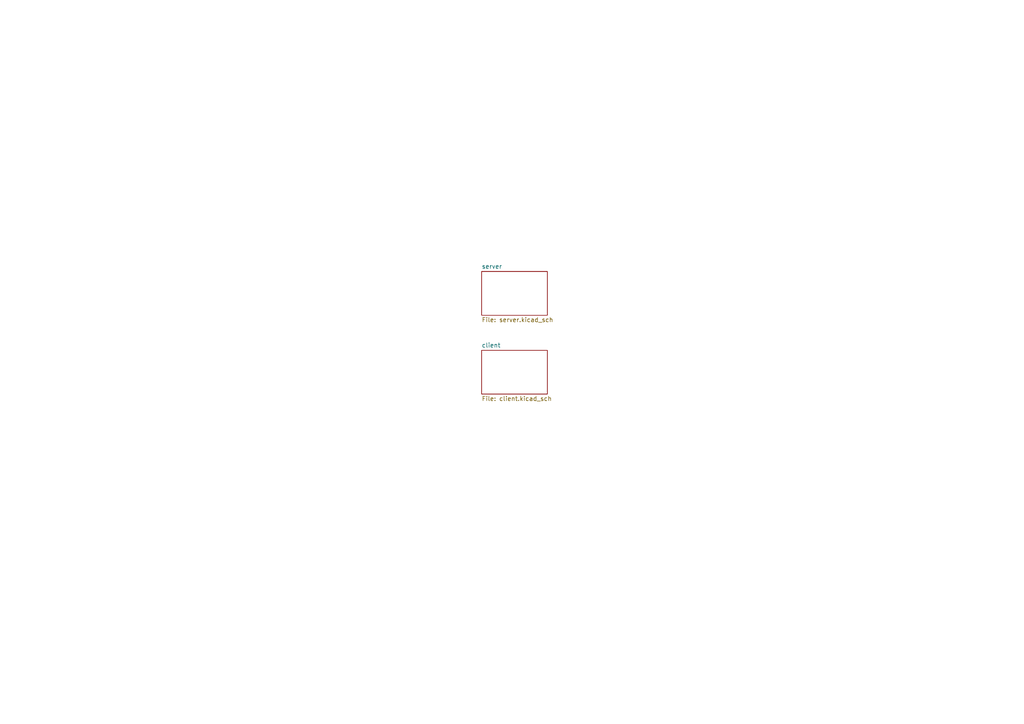
<source format=kicad_sch>
(kicad_sch (version 20211123) (generator eeschema)

  (uuid 93917aa2-4747-4066-8280-0c935e45ae11)

  (paper "A4")

  (lib_symbols
  )


  (sheet (at 139.7 78.74) (size 19.05 12.7) (fields_autoplaced)
    (stroke (width 0.1524) (type solid) (color 0 0 0 0))
    (fill (color 0 0 0 0.0000))
    (uuid 12d0d91b-cb67-4b72-916a-65370bfcc939)
    (property "Sheet name" "server" (id 0) (at 139.7 78.0284 0)
      (effects (font (size 1.27 1.27)) (justify left bottom))
    )
    (property "Sheet file" "server.kicad_sch" (id 1) (at 139.7 92.0246 0)
      (effects (font (size 1.27 1.27)) (justify left top))
    )
  )

  (sheet (at 139.7 101.6) (size 19.05 12.7) (fields_autoplaced)
    (stroke (width 0.1524) (type solid) (color 0 0 0 0))
    (fill (color 0 0 0 0.0000))
    (uuid b1badef0-4aa4-4598-a261-62064f02ff2a)
    (property "Sheet name" "client" (id 0) (at 139.7 100.8884 0)
      (effects (font (size 1.27 1.27)) (justify left bottom))
    )
    (property "Sheet file" "client.kicad_sch" (id 1) (at 139.7 114.8846 0)
      (effects (font (size 1.27 1.27)) (justify left top))
    )
  )

  (sheet_instances
    (path "/" (page "1"))
    (path "/12d0d91b-cb67-4b72-916a-65370bfcc939" (page "2"))
    (path "/b1badef0-4aa4-4598-a261-62064f02ff2a" (page "3"))
  )

  (symbol_instances
    (path "/12d0d91b-cb67-4b72-916a-65370bfcc939/a43f69d8-3a3f-42ce-a131-9309d73bb159"
      (reference "#PWR01") (unit 1) (value "+3.3V") (footprint "")
    )
    (path "/12d0d91b-cb67-4b72-916a-65370bfcc939/672fe6f0-34ae-4f08-9372-5f18bb557601"
      (reference "#PWR02") (unit 1) (value "GND") (footprint "")
    )
    (path "/12d0d91b-cb67-4b72-916a-65370bfcc939/05ffd2bd-38d9-4ee4-b910-6face39904a1"
      (reference "#PWR03") (unit 1) (value "+3.3V") (footprint "")
    )
    (path "/12d0d91b-cb67-4b72-916a-65370bfcc939/ca1d3b04-22bd-4ceb-8a89-7fb1c1ab5ff6"
      (reference "#PWR04") (unit 1) (value "GND") (footprint "")
    )
    (path "/b1badef0-4aa4-4598-a261-62064f02ff2a/1a1373e5-0444-45a9-af6d-285d5af7c039"
      (reference "#PWR05") (unit 1) (value "+5V") (footprint "")
    )
    (path "/b1badef0-4aa4-4598-a261-62064f02ff2a/31cdad12-7dd8-43e4-b6af-d248905f3fb8"
      (reference "#PWR06") (unit 1) (value "GND") (footprint "")
    )
    (path "/b1badef0-4aa4-4598-a261-62064f02ff2a/5b59e178-c934-4255-9a98-e3e5c7f9aed3"
      (reference "#PWR07") (unit 1) (value "+5V") (footprint "")
    )
    (path "/b1badef0-4aa4-4598-a261-62064f02ff2a/8dfe1bb7-ed29-40af-a715-10b8674f7212"
      (reference "#PWR08") (unit 1) (value "GND") (footprint "")
    )
    (path "/b1badef0-4aa4-4598-a261-62064f02ff2a/229bcdd6-d247-435c-93ad-7a6eb4b85c09"
      (reference "#PWR09") (unit 1) (value "+5V") (footprint "")
    )
    (path "/b1badef0-4aa4-4598-a261-62064f02ff2a/7aa39e21-f771-4ee5-9574-5b96f92dab4a"
      (reference "#PWR010") (unit 1) (value "GND") (footprint "")
    )
    (path "/b1badef0-4aa4-4598-a261-62064f02ff2a/d72d3b29-5f94-403f-a565-5c102b30008a"
      (reference "#PWR011") (unit 1) (value "+5V") (footprint "")
    )
    (path "/b1badef0-4aa4-4598-a261-62064f02ff2a/0ecba259-90be-4775-b881-c25ccd7935ee"
      (reference "#PWR012") (unit 1) (value "GND") (footprint "")
    )
    (path "/b1badef0-4aa4-4598-a261-62064f02ff2a/66d2e667-a69e-4254-b36a-cf9bb66f3b53"
      (reference "#PWR013") (unit 1) (value "+5V") (footprint "")
    )
    (path "/b1badef0-4aa4-4598-a261-62064f02ff2a/5e7d944a-0f15-4254-bbd3-1a697bc0ce8d"
      (reference "#PWR014") (unit 1) (value "GND") (footprint "")
    )
    (path "/12d0d91b-cb67-4b72-916a-65370bfcc939/9d5902d4-d9e4-4d8c-b5d4-8872111f0a5a"
      (reference "A1") (unit 1) (value "Grove_LoRa") (footprint "")
    )
    (path "/12d0d91b-cb67-4b72-916a-65370bfcc939/1d3c60b9-7897-454e-8bfe-ad980ce323fc"
      (reference "A2") (unit 1) (value "ESP32_38_pin_ESP_WROOM_32") (footprint "")
    )
    (path "/b1badef0-4aa4-4598-a261-62064f02ff2a/40ab9cac-c73d-4996-a5f8-89d5f59447d5"
      (reference "A3") (unit 1) (value "Grove_LoRa") (footprint "")
    )
    (path "/b1badef0-4aa4-4598-a261-62064f02ff2a/9ea5caa0-ed7e-4404-872a-68bba4cf248e"
      (reference "A4") (unit 1) (value "Sparkfun_pro_micro") (footprint "")
    )
    (path "/b1badef0-4aa4-4598-a261-62064f02ff2a/909eb1b8-a130-4b14-bb56-11192b413ce7"
      (reference "J1") (unit 1) (value "AVR-ISP-6") (footprint "")
    )
    (path "/b1badef0-4aa4-4598-a261-62064f02ff2a/730418a0-a956-4ff6-9076-a1497bf0bb59"
      (reference "Q?") (unit 1) (value "2N7000") (footprint "Package_TO_SOT_THT:TO-92_Inline")
    )
    (path "/b1badef0-4aa4-4598-a261-62064f02ff2a/0d577f38-871c-488b-8bf3-af11f1a005b9"
      (reference "R1") (unit 1) (value "4.7K") (footprint "")
    )
    (path "/b1badef0-4aa4-4598-a261-62064f02ff2a/1233497a-8a41-4552-888b-2341f8c808fe"
      (reference "R2") (unit 1) (value "4.7K") (footprint "")
    )
    (path "/b1badef0-4aa4-4598-a261-62064f02ff2a/6b05ce80-4596-4d1a-a522-cdc9dbb63363"
      (reference "R?") (unit 1) (value "100") (footprint "")
    )
    (path "/b1badef0-4aa4-4598-a261-62064f02ff2a/e095c2e2-ab67-4ea5-a819-d32046289b44"
      (reference "U1") (unit 1) (value "DS18B20") (footprint "Package_TO_SOT_THT:TO-92_Inline")
    )
    (path "/b1badef0-4aa4-4598-a261-62064f02ff2a/b90cbd9e-ce1f-49b2-a58b-f57141aa53e2"
      (reference "U2") (unit 1) (value "DS18B20") (footprint "Package_TO_SOT_THT:TO-92_Inline")
    )
  )
)

</source>
